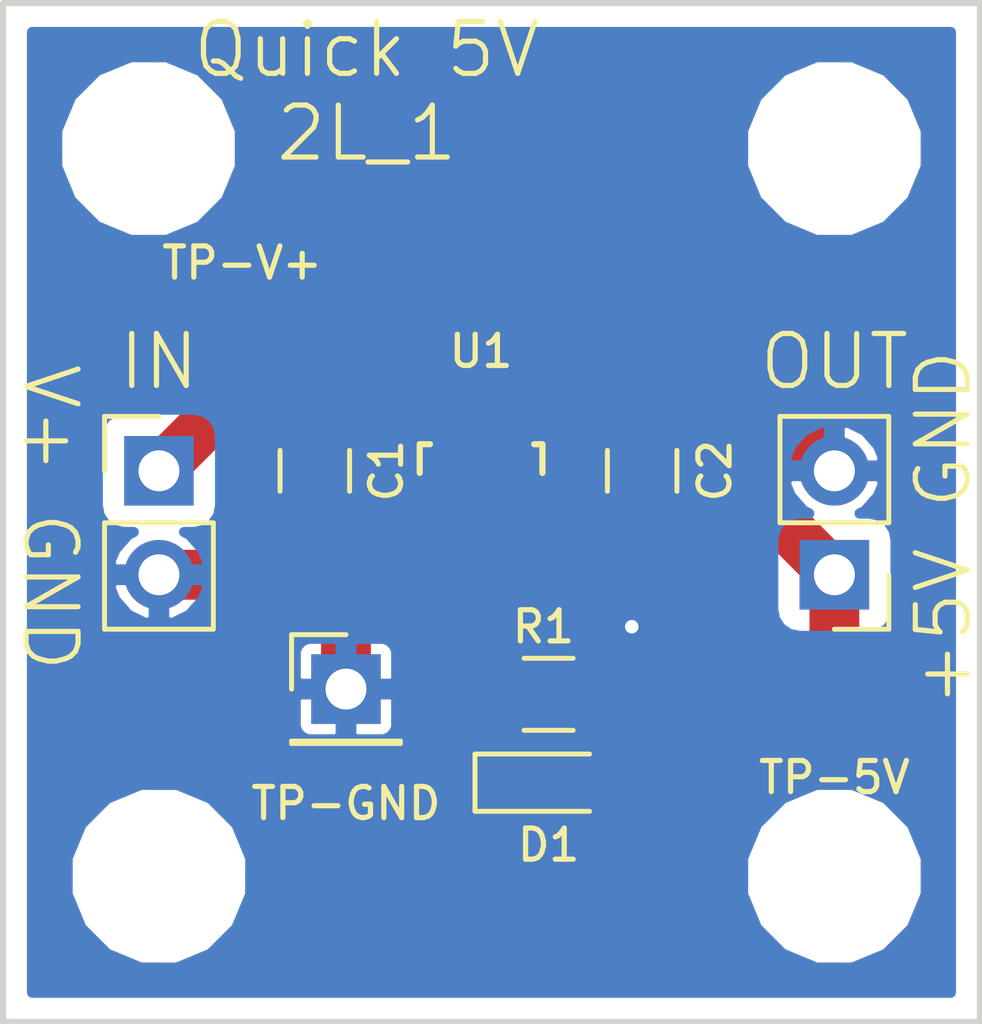
<source format=kicad_pcb>
(kicad_pcb (version 4) (host pcbnew 4.0.2-4+6225~38~ubuntu14.04.1-stable)

  (general
    (links 14)
    (no_connects 0)
    (area 163.595957 42.6757 195.052044 70.4813)
    (thickness 1.6)
    (drawings 12)
    (tracks 26)
    (zones 0)
    (modules 14)
    (nets 5)
  )

  (page A4)
  (layers
    (0 F.Cu signal)
    (31 B.Cu signal)
    (32 B.Adhes user)
    (33 F.Adhes user)
    (34 B.Paste user)
    (35 F.Paste user)
    (36 B.SilkS user)
    (37 F.SilkS user)
    (38 B.Mask user)
    (39 F.Mask user)
    (40 Dwgs.User user)
    (41 Cmts.User user)
    (42 Eco1.User user)
    (43 Eco2.User user)
    (44 Edge.Cuts user)
    (45 Margin user)
    (46 B.CrtYd user)
    (47 F.CrtYd user)
    (48 B.Fab user)
    (49 F.Fab user hide)
  )

  (setup
    (last_trace_width 0.1524)
    (user_trace_width 0.254)
    (user_trace_width 0.3048)
    (user_trace_width 0.6096)
    (user_trace_width 1.2192)
    (trace_clearance 0.1524)
    (zone_clearance 0.508)
    (zone_45_only no)
    (trace_min 0.1524)
    (segment_width 0.2)
    (edge_width 0.15)
    (via_size 0.6858)
    (via_drill 0.3302)
    (via_min_size 0.6858)
    (via_min_drill 0.3302)
    (uvia_size 0.3)
    (uvia_drill 0.1)
    (uvias_allowed no)
    (uvia_min_size 0)
    (uvia_min_drill 0)
    (pcb_text_width 0.3)
    (pcb_text_size 1.5 1.5)
    (mod_edge_width 0.15)
    (mod_text_size 0.762 0.762)
    (mod_text_width 0.127)
    (pad_size 1.524 1.524)
    (pad_drill 0.762)
    (pad_to_mask_clearance 0)
    (aux_axis_origin 0 0)
    (visible_elements FFFEFF7F)
    (pcbplotparams
      (layerselection 0x010f0_80000001)
      (usegerberextensions false)
      (excludeedgelayer true)
      (linewidth 0.100000)
      (plotframeref false)
      (viasonmask false)
      (mode 1)
      (useauxorigin false)
      (hpglpennumber 1)
      (hpglpenspeed 20)
      (hpglpendiameter 15)
      (hpglpenoverlay 2)
      (psnegative false)
      (psa4output false)
      (plotreference true)
      (plotvalue false)
      (plotinvisibletext false)
      (padsonsilk false)
      (subtractmaskfromsilk false)
      (outputformat 1)
      (mirror false)
      (drillshape 0)
      (scaleselection 1)
      (outputdirectory Gerbers/))
  )

  (net 0 "")
  (net 1 "Net-(C1-Pad1)")
  (net 2 GND)
  (net 3 "Net-(C2-Pad1)")
  (net 4 "Net-(D1-Pad1)")

  (net_class Default "This is the default net class."
    (clearance 0.1524)
    (trace_width 0.1524)
    (via_dia 0.6858)
    (via_drill 0.3302)
    (uvia_dia 0.3)
    (uvia_drill 0.1)
    (add_net GND)
    (add_net "Net-(C1-Pad1)")
    (add_net "Net-(C2-Pad1)")
    (add_net "Net-(D1-Pad1)")
  )

  (module Mounting_Holes:MountingHole_3.2mm_M3 (layer F.Cu) (tedit 58DD21A7) (tstamp 58DD2391)
    (at 187.706 65.532)
    (descr "Mounting Hole 3.2mm, no annular, M3")
    (tags "mounting hole 3.2mm no annular m3")
    (fp_text reference REF** (at 0 -4.2) (layer F.SilkS) hide
      (effects (font (size 0.762 0.762) (thickness 0.127)))
    )
    (fp_text value MountingHole_3.2mm_M3 (at 0 4.2) (layer F.Fab)
      (effects (font (size 0.762 0.762) (thickness 0.127)))
    )
    (fp_circle (center 0 0) (end 3.2 0) (layer Cmts.User) (width 0.15))
    (fp_circle (center 0 0) (end 3.45 0) (layer F.CrtYd) (width 0.05))
    (pad 1 np_thru_hole circle (at 0 0) (size 3.2 3.2) (drill 3.2) (layers *.Cu *.Mask))
  )

  (module Mounting_Holes:MountingHole_3.2mm_M3 (layer F.Cu) (tedit 58DD21A7) (tstamp 58DD238B)
    (at 170.942 47.752)
    (descr "Mounting Hole 3.2mm, no annular, M3")
    (tags "mounting hole 3.2mm no annular m3")
    (fp_text reference REF** (at 0 -4.2) (layer F.SilkS) hide
      (effects (font (size 0.762 0.762) (thickness 0.127)))
    )
    (fp_text value MountingHole_3.2mm_M3 (at 0 4.2) (layer F.Fab)
      (effects (font (size 0.762 0.762) (thickness 0.127)))
    )
    (fp_circle (center 0 0) (end 3.2 0) (layer Cmts.User) (width 0.15))
    (fp_circle (center 0 0) (end 3.45 0) (layer F.CrtYd) (width 0.05))
    (pad 1 np_thru_hole circle (at 0 0) (size 3.2 3.2) (drill 3.2) (layers *.Cu *.Mask))
  )

  (module Mounting_Holes:MountingHole_3.2mm_M3 (layer F.Cu) (tedit 58DD21A7) (tstamp 58DD2385)
    (at 171.196 65.532)
    (descr "Mounting Hole 3.2mm, no annular, M3")
    (tags "mounting hole 3.2mm no annular m3")
    (fp_text reference REF** (at 0 -4.2) (layer F.SilkS) hide
      (effects (font (size 0.762 0.762) (thickness 0.127)))
    )
    (fp_text value MountingHole_3.2mm_M3 (at 0 4.2) (layer F.Fab)
      (effects (font (size 0.762 0.762) (thickness 0.127)))
    )
    (fp_circle (center 0 0) (end 3.2 0) (layer Cmts.User) (width 0.15))
    (fp_circle (center 0 0) (end 3.45 0) (layer F.CrtYd) (width 0.05))
    (pad 1 np_thru_hole circle (at 0 0) (size 3.2 3.2) (drill 3.2) (layers *.Cu *.Mask))
  )

  (module Capacitors_SMD:C_0805_HandSoldering (layer F.Cu) (tedit 58AA84A8) (tstamp 58DD2014)
    (at 175.006 55.626 270)
    (descr "Capacitor SMD 0805, hand soldering")
    (tags "capacitor 0805")
    (path /58DD1E0E)
    (attr smd)
    (fp_text reference C1 (at 0 -1.75 270) (layer F.SilkS)
      (effects (font (size 0.762 0.762) (thickness 0.127)))
    )
    (fp_text value "1u 50V" (at 0 1.75 270) (layer F.Fab)
      (effects (font (size 0.762 0.762) (thickness 0.127)))
    )
    (fp_text user %R (at 0 -1.75 270) (layer F.Fab)
      (effects (font (size 0.762 0.762) (thickness 0.127)))
    )
    (fp_line (start -1 0.62) (end -1 -0.62) (layer F.Fab) (width 0.1))
    (fp_line (start 1 0.62) (end -1 0.62) (layer F.Fab) (width 0.1))
    (fp_line (start 1 -0.62) (end 1 0.62) (layer F.Fab) (width 0.1))
    (fp_line (start -1 -0.62) (end 1 -0.62) (layer F.Fab) (width 0.1))
    (fp_line (start 0.5 -0.85) (end -0.5 -0.85) (layer F.SilkS) (width 0.12))
    (fp_line (start -0.5 0.85) (end 0.5 0.85) (layer F.SilkS) (width 0.12))
    (fp_line (start -2.25 -0.88) (end 2.25 -0.88) (layer F.CrtYd) (width 0.05))
    (fp_line (start -2.25 -0.88) (end -2.25 0.87) (layer F.CrtYd) (width 0.05))
    (fp_line (start 2.25 0.87) (end 2.25 -0.88) (layer F.CrtYd) (width 0.05))
    (fp_line (start 2.25 0.87) (end -2.25 0.87) (layer F.CrtYd) (width 0.05))
    (pad 1 smd rect (at -1.25 0 270) (size 1.5 1.25) (layers F.Cu F.Paste F.Mask)
      (net 1 "Net-(C1-Pad1)"))
    (pad 2 smd rect (at 1.25 0 270) (size 1.5 1.25) (layers F.Cu F.Paste F.Mask)
      (net 2 GND))
    (model Capacitors_SMD.3dshapes/C_0805.wrl
      (at (xyz 0 0 0))
      (scale (xyz 1 1 1))
      (rotate (xyz 0 0 0))
    )
  )

  (module Capacitors_SMD:C_0805_HandSoldering (layer F.Cu) (tedit 58DD2159) (tstamp 58DD201A)
    (at 183.007 55.626 90)
    (descr "Capacitor SMD 0805, hand soldering")
    (tags "capacitor 0805")
    (path /58DD1EBD)
    (attr smd)
    (fp_text reference C2 (at 0 1.778 90) (layer F.SilkS)
      (effects (font (size 0.762 0.762) (thickness 0.127)))
    )
    (fp_text value "1u 16V" (at 0 1.75 90) (layer F.Fab)
      (effects (font (size 0.762 0.762) (thickness 0.127)))
    )
    (fp_text user %R (at 0 -1.75 90) (layer F.Fab)
      (effects (font (size 0.762 0.762) (thickness 0.127)))
    )
    (fp_line (start -1 0.62) (end -1 -0.62) (layer F.Fab) (width 0.1))
    (fp_line (start 1 0.62) (end -1 0.62) (layer F.Fab) (width 0.1))
    (fp_line (start 1 -0.62) (end 1 0.62) (layer F.Fab) (width 0.1))
    (fp_line (start -1 -0.62) (end 1 -0.62) (layer F.Fab) (width 0.1))
    (fp_line (start 0.5 -0.85) (end -0.5 -0.85) (layer F.SilkS) (width 0.12))
    (fp_line (start -0.5 0.85) (end 0.5 0.85) (layer F.SilkS) (width 0.12))
    (fp_line (start -2.25 -0.88) (end 2.25 -0.88) (layer F.CrtYd) (width 0.05))
    (fp_line (start -2.25 -0.88) (end -2.25 0.87) (layer F.CrtYd) (width 0.05))
    (fp_line (start 2.25 0.87) (end 2.25 -0.88) (layer F.CrtYd) (width 0.05))
    (fp_line (start 2.25 0.87) (end -2.25 0.87) (layer F.CrtYd) (width 0.05))
    (pad 1 smd rect (at -1.25 0 90) (size 1.5 1.25) (layers F.Cu F.Paste F.Mask)
      (net 3 "Net-(C2-Pad1)"))
    (pad 2 smd rect (at 1.25 0 90) (size 1.5 1.25) (layers F.Cu F.Paste F.Mask)
      (net 2 GND))
    (model Capacitors_SMD.3dshapes/C_0805.wrl
      (at (xyz 0 0 0))
      (scale (xyz 1 1 1))
      (rotate (xyz 0 0 0))
    )
  )

  (module LEDs:LED_0805 (layer F.Cu) (tedit 58DD2556) (tstamp 58DD2020)
    (at 180.721 63.246)
    (descr "LED 0805 smd package")
    (tags "LED led 0805 SMD smd SMT smt smdled SMDLED smtled SMTLED")
    (path /58DD1F2F)
    (attr smd)
    (fp_text reference D1 (at 0 1.524) (layer F.SilkS)
      (effects (font (size 0.762 0.762) (thickness 0.127)))
    )
    (fp_text value Led_Small (at 0 1.55) (layer F.Fab)
      (effects (font (size 0.762 0.762) (thickness 0.127)))
    )
    (fp_line (start -1.8 -0.7) (end -1.8 0.7) (layer F.SilkS) (width 0.12))
    (fp_line (start -0.4 -0.4) (end -0.4 0.4) (layer F.Fab) (width 0.1))
    (fp_line (start -0.4 0) (end 0.2 -0.4) (layer F.Fab) (width 0.1))
    (fp_line (start 0.2 0.4) (end -0.4 0) (layer F.Fab) (width 0.1))
    (fp_line (start 0.2 -0.4) (end 0.2 0.4) (layer F.Fab) (width 0.1))
    (fp_line (start 1 0.6) (end -1 0.6) (layer F.Fab) (width 0.1))
    (fp_line (start 1 -0.6) (end 1 0.6) (layer F.Fab) (width 0.1))
    (fp_line (start -1 -0.6) (end 1 -0.6) (layer F.Fab) (width 0.1))
    (fp_line (start -1 0.6) (end -1 -0.6) (layer F.Fab) (width 0.1))
    (fp_line (start -1.8 0.7) (end 1 0.7) (layer F.SilkS) (width 0.12))
    (fp_line (start -1.8 -0.7) (end 1 -0.7) (layer F.SilkS) (width 0.12))
    (fp_line (start 1.95 -0.85) (end 1.95 0.85) (layer F.CrtYd) (width 0.05))
    (fp_line (start 1.95 0.85) (end -1.95 0.85) (layer F.CrtYd) (width 0.05))
    (fp_line (start -1.95 0.85) (end -1.95 -0.85) (layer F.CrtYd) (width 0.05))
    (fp_line (start -1.95 -0.85) (end 1.95 -0.85) (layer F.CrtYd) (width 0.05))
    (pad 2 smd rect (at 1.1 0 180) (size 1.2 1.2) (layers F.Cu F.Paste F.Mask)
      (net 3 "Net-(C2-Pad1)"))
    (pad 1 smd rect (at -1.1 0 180) (size 1.2 1.2) (layers F.Cu F.Paste F.Mask)
      (net 4 "Net-(D1-Pad1)"))
    (model LEDs.3dshapes/LED_0805.wrl
      (at (xyz 0 0 0))
      (scale (xyz 1 1 1))
      (rotate (xyz 0 0 180))
    )
  )

  (module Pin_Headers:Pin_Header_Straight_1x02_Pitch2.54mm (layer F.Cu) (tedit 58DD2357) (tstamp 58DD2026)
    (at 171.196 55.626)
    (descr "Through hole straight pin header, 1x02, 2.54mm pitch, single row")
    (tags "Through hole pin header THT 1x02 2.54mm single row")
    (path /58DD206D)
    (fp_text reference P1 (at -1.27 -2.54) (layer F.SilkS) hide
      (effects (font (size 0.762 0.762) (thickness 0.127)))
    )
    (fp_text value CONN_01X02 (at 0 4.87) (layer F.Fab)
      (effects (font (size 0.762 0.762) (thickness 0.127)))
    )
    (fp_line (start -1.27 -1.27) (end -1.27 3.81) (layer F.Fab) (width 0.1))
    (fp_line (start -1.27 3.81) (end 1.27 3.81) (layer F.Fab) (width 0.1))
    (fp_line (start 1.27 3.81) (end 1.27 -1.27) (layer F.Fab) (width 0.1))
    (fp_line (start 1.27 -1.27) (end -1.27 -1.27) (layer F.Fab) (width 0.1))
    (fp_line (start -1.33 1.27) (end -1.33 3.87) (layer F.SilkS) (width 0.12))
    (fp_line (start -1.33 3.87) (end 1.33 3.87) (layer F.SilkS) (width 0.12))
    (fp_line (start 1.33 3.87) (end 1.33 1.27) (layer F.SilkS) (width 0.12))
    (fp_line (start 1.33 1.27) (end -1.33 1.27) (layer F.SilkS) (width 0.12))
    (fp_line (start -1.33 0) (end -1.33 -1.33) (layer F.SilkS) (width 0.12))
    (fp_line (start -1.33 -1.33) (end 0 -1.33) (layer F.SilkS) (width 0.12))
    (fp_line (start -1.8 -1.8) (end -1.8 4.35) (layer F.CrtYd) (width 0.05))
    (fp_line (start -1.8 4.35) (end 1.8 4.35) (layer F.CrtYd) (width 0.05))
    (fp_line (start 1.8 4.35) (end 1.8 -1.8) (layer F.CrtYd) (width 0.05))
    (fp_line (start 1.8 -1.8) (end -1.8 -1.8) (layer F.CrtYd) (width 0.05))
    (fp_text user %R (at 0 -2.33) (layer F.Fab)
      (effects (font (size 0.762 0.762) (thickness 0.127)))
    )
    (pad 1 thru_hole rect (at 0 0) (size 1.7 1.7) (drill 1) (layers *.Cu *.Mask)
      (net 1 "Net-(C1-Pad1)"))
    (pad 2 thru_hole oval (at 0 2.54) (size 1.7 1.7) (drill 1) (layers *.Cu *.Mask)
      (net 2 GND))
    (model ${KISYS3DMOD}/Pin_Headers.3dshapes/Pin_Header_Straight_1x02_Pitch2.54mm.wrl
      (at (xyz 0 -0.05 0))
      (scale (xyz 1 1 1))
      (rotate (xyz 0 0 90))
    )
  )

  (module Pin_Headers:Pin_Header_Straight_1x02_Pitch2.54mm (layer F.Cu) (tedit 58DD2359) (tstamp 58DD202C)
    (at 187.706 58.166 180)
    (descr "Through hole straight pin header, 1x02, 2.54mm pitch, single row")
    (tags "Through hole pin header THT 1x02 2.54mm single row")
    (path /58DD2132)
    (fp_text reference P2 (at 1.143 5.08 180) (layer F.SilkS) hide
      (effects (font (size 0.762 0.762) (thickness 0.127)))
    )
    (fp_text value CONN_01X02 (at 0 4.87 180) (layer F.Fab)
      (effects (font (size 0.762 0.762) (thickness 0.127)))
    )
    (fp_line (start -1.27 -1.27) (end -1.27 3.81) (layer F.Fab) (width 0.1))
    (fp_line (start -1.27 3.81) (end 1.27 3.81) (layer F.Fab) (width 0.1))
    (fp_line (start 1.27 3.81) (end 1.27 -1.27) (layer F.Fab) (width 0.1))
    (fp_line (start 1.27 -1.27) (end -1.27 -1.27) (layer F.Fab) (width 0.1))
    (fp_line (start -1.33 1.27) (end -1.33 3.87) (layer F.SilkS) (width 0.12))
    (fp_line (start -1.33 3.87) (end 1.33 3.87) (layer F.SilkS) (width 0.12))
    (fp_line (start 1.33 3.87) (end 1.33 1.27) (layer F.SilkS) (width 0.12))
    (fp_line (start 1.33 1.27) (end -1.33 1.27) (layer F.SilkS) (width 0.12))
    (fp_line (start -1.33 0) (end -1.33 -1.33) (layer F.SilkS) (width 0.12))
    (fp_line (start -1.33 -1.33) (end 0 -1.33) (layer F.SilkS) (width 0.12))
    (fp_line (start -1.8 -1.8) (end -1.8 4.35) (layer F.CrtYd) (width 0.05))
    (fp_line (start -1.8 4.35) (end 1.8 4.35) (layer F.CrtYd) (width 0.05))
    (fp_line (start 1.8 4.35) (end 1.8 -1.8) (layer F.CrtYd) (width 0.05))
    (fp_line (start 1.8 -1.8) (end -1.8 -1.8) (layer F.CrtYd) (width 0.05))
    (fp_text user %R (at 0 -2.33 180) (layer F.Fab)
      (effects (font (size 0.762 0.762) (thickness 0.127)))
    )
    (pad 1 thru_hole rect (at 0 0 180) (size 1.7 1.7) (drill 1) (layers *.Cu *.Mask)
      (net 3 "Net-(C2-Pad1)"))
    (pad 2 thru_hole oval (at 0 2.54 180) (size 1.7 1.7) (drill 1) (layers *.Cu *.Mask)
      (net 2 GND))
    (model ${KISYS3DMOD}/Pin_Headers.3dshapes/Pin_Header_Straight_1x02_Pitch2.54mm.wrl
      (at (xyz 0 -0.05 0))
      (scale (xyz 1 1 1))
      (rotate (xyz 0 0 90))
    )
  )

  (module Resistors_SMD:R_0805_HandSoldering (layer F.Cu) (tedit 58DD255C) (tstamp 58DD2032)
    (at 180.721 61.087)
    (descr "Resistor SMD 0805, hand soldering")
    (tags "resistor 0805")
    (path /58DD1FD4)
    (attr smd)
    (fp_text reference R1 (at -0.127 -1.651) (layer F.SilkS)
      (effects (font (size 0.762 0.762) (thickness 0.127)))
    )
    (fp_text value 660 (at 0 1.75) (layer F.Fab)
      (effects (font (size 0.762 0.762) (thickness 0.127)))
    )
    (fp_text user %R (at 0 -1.7) (layer F.Fab)
      (effects (font (size 0.762 0.762) (thickness 0.127)))
    )
    (fp_line (start -1 0.62) (end -1 -0.62) (layer F.Fab) (width 0.1))
    (fp_line (start 1 0.62) (end -1 0.62) (layer F.Fab) (width 0.1))
    (fp_line (start 1 -0.62) (end 1 0.62) (layer F.Fab) (width 0.1))
    (fp_line (start -1 -0.62) (end 1 -0.62) (layer F.Fab) (width 0.1))
    (fp_line (start 0.6 0.88) (end -0.6 0.88) (layer F.SilkS) (width 0.12))
    (fp_line (start -0.6 -0.88) (end 0.6 -0.88) (layer F.SilkS) (width 0.12))
    (fp_line (start -2.35 -0.9) (end 2.35 -0.9) (layer F.CrtYd) (width 0.05))
    (fp_line (start -2.35 -0.9) (end -2.35 0.9) (layer F.CrtYd) (width 0.05))
    (fp_line (start 2.35 0.9) (end 2.35 -0.9) (layer F.CrtYd) (width 0.05))
    (fp_line (start 2.35 0.9) (end -2.35 0.9) (layer F.CrtYd) (width 0.05))
    (pad 1 smd rect (at -1.35 0) (size 1.5 1.3) (layers F.Cu F.Paste F.Mask)
      (net 4 "Net-(D1-Pad1)"))
    (pad 2 smd rect (at 1.35 0) (size 1.5 1.3) (layers F.Cu F.Paste F.Mask)
      (net 2 GND))
    (model Resistors_SMD.3dshapes/R_0805.wrl
      (at (xyz 0 0 0))
      (scale (xyz 1 1 1))
      (rotate (xyz 0 0 0))
    )
  )

  (module q5v-footprints:SOT-23A (layer F.Cu) (tedit 58DD223D) (tstamp 58DD2039)
    (at 179.07 55.626)
    (descr SOT-2A)
    (tags SOT-23A)
    (path /58DD1D11)
    (attr smd)
    (fp_text reference U1 (at 0 -2.921) (layer F.SilkS)
      (effects (font (size 0.762 0.762) (thickness 0.127)))
    )
    (fp_text value MCP1703T-5002E/CB (at 0 3.81) (layer F.Fab)
      (effects (font (size 0.762 0.762) (thickness 0.127)))
    )
    (fp_line (start -1.49982 0.0508) (end -1.49982 -0.65024) (layer F.SilkS) (width 0.15))
    (fp_line (start -1.49982 -0.65024) (end -1.2509 -0.65024) (layer F.SilkS) (width 0.15))
    (fp_line (start 1.29916 -0.65024) (end 1.49982 -0.65024) (layer F.SilkS) (width 0.15))
    (fp_line (start 1.49982 -0.65024) (end 1.49982 0.0508) (layer F.SilkS) (width 0.15))
    (pad 1 smd rect (at -0.95 1.35) (size 0.6 1) (layers F.Cu F.Paste F.Mask)
      (net 2 GND))
    (pad 2 smd rect (at 0.95 1.35) (size 0.6 1) (layers F.Cu F.Paste F.Mask)
      (net 3 "Net-(C2-Pad1)"))
    (pad 3 smd rect (at 0 -1.35) (size 0.6 1) (layers F.Cu F.Paste F.Mask)
      (net 1 "Net-(C1-Pad1)"))
    (model Housings_SOT-23_SOT-143_TSOT-6.3dshapes/SOT-23_Handsoldering.wrl
      (at (xyz 0 0 0))
      (scale (xyz 1 1 1))
      (rotate (xyz 0 0 0))
    )
  )

  (module Measurement_Points:Measurement_Point_Round-SMD-Pad_Small (layer F.Cu) (tedit 58DD234C) (tstamp 58DD2043)
    (at 173.228 52.197)
    (descr "Mesurement Point, Round, SMD Pad, DM 1.5mm,")
    (tags "Mesurement Point Round SMD Pad 1.5mm")
    (path /58DD2360)
    (attr virtual)
    (fp_text reference W2 (at 1.905 0) (layer F.SilkS) hide
      (effects (font (size 0.762 0.762) (thickness 0.127)))
    )
    (fp_text value TEST_1P (at 0 2) (layer F.Fab)
      (effects (font (size 0.762 0.762) (thickness 0.127)))
    )
    (fp_circle (center 0 0) (end 1 0) (layer F.CrtYd) (width 0.05))
    (pad 1 smd circle (at 0 0) (size 1.5 1.5) (layers F.Cu F.Mask)
      (net 1 "Net-(C1-Pad1)"))
  )

  (module Measurement_Points:Measurement_Point_Round-SMD-Pad_Small (layer F.Cu) (tedit 58DD2352) (tstamp 58DD2048)
    (at 187.706 61.341)
    (descr "Mesurement Point, Round, SMD Pad, DM 1.5mm,")
    (tags "Mesurement Point Round SMD Pad 1.5mm")
    (path /58DD2295)
    (attr virtual)
    (fp_text reference W3 (at 1.905 0) (layer F.SilkS) hide
      (effects (font (size 0.762 0.762) (thickness 0.127)))
    )
    (fp_text value TEST_1P (at 0 2) (layer F.Fab)
      (effects (font (size 0.762 0.762) (thickness 0.127)))
    )
    (fp_circle (center 0 0) (end 1 0) (layer F.CrtYd) (width 0.05))
    (pad 1 smd circle (at 0 0) (size 1.5 1.5) (layers F.Cu F.Mask)
      (net 3 "Net-(C2-Pad1)"))
  )

  (module Pin_Headers:Pin_Header_Straight_1x01_Pitch2.54mm (layer F.Cu) (tedit 58DD2350) (tstamp 58DD20A4)
    (at 175.768 60.96)
    (descr "Through hole straight pin header, 1x01, 2.54mm pitch, single row")
    (tags "Through hole pin header THT 1x01 2.54mm single row")
    (path /58DD2405)
    (fp_text reference W1 (at -2.667 0) (layer F.SilkS) hide
      (effects (font (size 0.762 0.762) (thickness 0.127)))
    )
    (fp_text value TEST_1P (at 0 2.33) (layer F.Fab)
      (effects (font (size 0.762 0.762) (thickness 0.127)))
    )
    (fp_line (start -1.27 -1.27) (end -1.27 1.27) (layer F.Fab) (width 0.1))
    (fp_line (start -1.27 1.27) (end 1.27 1.27) (layer F.Fab) (width 0.1))
    (fp_line (start 1.27 1.27) (end 1.27 -1.27) (layer F.Fab) (width 0.1))
    (fp_line (start 1.27 -1.27) (end -1.27 -1.27) (layer F.Fab) (width 0.1))
    (fp_line (start -1.33 1.27) (end -1.33 1.33) (layer F.SilkS) (width 0.12))
    (fp_line (start -1.33 1.33) (end 1.33 1.33) (layer F.SilkS) (width 0.12))
    (fp_line (start 1.33 1.33) (end 1.33 1.27) (layer F.SilkS) (width 0.12))
    (fp_line (start 1.33 1.27) (end -1.33 1.27) (layer F.SilkS) (width 0.12))
    (fp_line (start -1.33 0) (end -1.33 -1.33) (layer F.SilkS) (width 0.12))
    (fp_line (start -1.33 -1.33) (end 0 -1.33) (layer F.SilkS) (width 0.12))
    (fp_line (start -1.8 -1.8) (end -1.8 1.8) (layer F.CrtYd) (width 0.05))
    (fp_line (start -1.8 1.8) (end 1.8 1.8) (layer F.CrtYd) (width 0.05))
    (fp_line (start 1.8 1.8) (end 1.8 -1.8) (layer F.CrtYd) (width 0.05))
    (fp_line (start 1.8 -1.8) (end -1.8 -1.8) (layer F.CrtYd) (width 0.05))
    (fp_text user %R (at 0 -2.33) (layer F.Fab)
      (effects (font (size 0.762 0.762) (thickness 0.127)))
    )
    (pad 1 thru_hole rect (at 0 0) (size 1.7 1.7) (drill 1) (layers *.Cu *.Mask)
      (net 2 GND))
    (model ${KISYS3DMOD}/Pin_Headers.3dshapes/Pin_Header_Straight_1x01_Pitch2.54mm.wrl
      (at (xyz 0 0 0))
      (scale (xyz 1 1 1))
      (rotate (xyz 0 0 90))
    )
  )

  (module Mounting_Holes:MountingHole_3.2mm_M3 (layer F.Cu) (tedit 58DD21A7) (tstamp 58DD2207)
    (at 187.706 47.752)
    (descr "Mounting Hole 3.2mm, no annular, M3")
    (tags "mounting hole 3.2mm no annular m3")
    (fp_text reference REF** (at 0 -4.2) (layer F.SilkS) hide
      (effects (font (size 0.762 0.762) (thickness 0.127)))
    )
    (fp_text value MountingHole_3.2mm_M3 (at 0 4.2) (layer F.Fab)
      (effects (font (size 0.762 0.762) (thickness 0.127)))
    )
    (fp_circle (center 0 0) (end 3.2 0) (layer Cmts.User) (width 0.15))
    (fp_circle (center 0 0) (end 3.45 0) (layer F.CrtYd) (width 0.05))
    (pad 1 np_thru_hole circle (at 0 0) (size 3.2 3.2) (drill 3.2) (layers *.Cu *.Mask))
  )

  (gr_text OUT (at 187.706 52.959) (layer F.SilkS)
    (effects (font (size 1.27 1.27) (thickness 0.127)))
  )
  (gr_text IN (at 171.196 52.959) (layer F.SilkS)
    (effects (font (size 1.27 1.27) (thickness 0.127)))
  )
  (gr_text "Quick 5V\n2L_1" (at 176.276 46.355) (layer F.SilkS)
    (effects (font (size 1.27 1.27) (thickness 0.127)))
  )
  (gr_text TP-V+ (at 173.228 50.546) (layer F.SilkS)
    (effects (font (size 0.762 0.762) (thickness 0.127)))
  )
  (gr_text TP-5V (at 187.706 63.119) (layer F.SilkS)
    (effects (font (size 0.762 0.762) (thickness 0.127)))
  )
  (gr_text TP-GND (at 175.768 63.754) (layer F.SilkS)
    (effects (font (size 0.762 0.762) (thickness 0.127)))
  )
  (gr_text "+5V GND" (at 190.373 57.023 90) (layer F.SilkS)
    (effects (font (size 1.27 1.27) (thickness 0.127)))
  )
  (gr_text "V+ GND" (at 168.529 56.769 270) (layer F.SilkS)
    (effects (font (size 1.27 1.27) (thickness 0.127)))
  )
  (gr_line (start 167.386 69.088) (end 167.386 44.196) (angle 90) (layer Edge.Cuts) (width 0.15))
  (gr_line (start 191.262 69.088) (end 167.386 69.088) (angle 90) (layer Edge.Cuts) (width 0.15))
  (gr_line (start 191.262 44.196) (end 191.262 69.088) (angle 90) (layer Edge.Cuts) (width 0.15))
  (gr_line (start 167.386 44.196) (end 191.262 44.196) (angle 90) (layer Edge.Cuts) (width 0.15))

  (segment (start 175.006 54.376) (end 175.106 54.276) (width 1.2192) (layer F.Cu) (net 1))
  (segment (start 175.106 54.276) (end 179.07 54.276) (width 1.2192) (layer F.Cu) (net 1) (tstamp 58DD247D))
  (segment (start 173.228 52.197) (end 175.006 53.975) (width 1.2192) (layer F.Cu) (net 1))
  (segment (start 175.006 53.975) (end 175.006 54.376) (width 1.2192) (layer F.Cu) (net 1) (tstamp 58DD247A))
  (segment (start 171.196 55.626) (end 172.446 54.376) (width 1.2192) (layer F.Cu) (net 1))
  (segment (start 172.446 54.376) (end 175.006 54.376) (width 1.2192) (layer F.Cu) (net 1) (tstamp 58DD2477))
  (segment (start 175.006 56.876) (end 175.768 57.638) (width 1.2192) (layer F.Cu) (net 2))
  (segment (start 175.768 57.638) (end 175.768 60.96) (width 1.2192) (layer F.Cu) (net 2) (tstamp 58DD25ED))
  (segment (start 175.006 56.876) (end 173.716 58.166) (width 1.2192) (layer F.Cu) (net 2))
  (segment (start 173.716 58.166) (end 171.196 58.166) (width 1.2192) (layer F.Cu) (net 2) (tstamp 58DD25E6))
  (segment (start 182.071 61.087) (end 182.071 60.118) (width 1.2192) (layer F.Cu) (net 2))
  (via (at 182.753 59.436) (size 0.6858) (drill 0.3302) (layers F.Cu B.Cu) (net 2))
  (segment (start 182.071 60.118) (end 182.753 59.436) (width 1.2192) (layer F.Cu) (net 2) (tstamp 58DD25CF))
  (segment (start 183.007 54.376) (end 186.456 54.376) (width 1.2192) (layer F.Cu) (net 2))
  (segment (start 186.456 54.376) (end 187.706 55.626) (width 1.2192) (layer F.Cu) (net 2) (tstamp 58DD248B))
  (segment (start 175.006 56.876) (end 178.02 56.876) (width 1.2192) (layer F.Cu) (net 2))
  (segment (start 178.02 56.876) (end 178.12 56.976) (width 1.2192) (layer F.Cu) (net 2) (tstamp 58DD2488))
  (segment (start 187.706 61.341) (end 187.706 58.166) (width 1.2192) (layer F.Cu) (net 3))
  (segment (start 181.821 63.246) (end 185.801 63.246) (width 1.2192) (layer F.Cu) (net 3))
  (segment (start 185.801 63.246) (end 187.706 61.341) (width 1.2192) (layer F.Cu) (net 3) (tstamp 58DD25B3))
  (segment (start 180.02 56.976) (end 180.12 56.876) (width 1.2192) (layer F.Cu) (net 3))
  (segment (start 180.12 56.876) (end 183.007 56.876) (width 1.2192) (layer F.Cu) (net 3) (tstamp 58DD2491))
  (segment (start 187.706 58.166) (end 186.416 56.876) (width 1.2192) (layer F.Cu) (net 3))
  (segment (start 186.416 56.876) (end 183.007 56.876) (width 1.2192) (layer F.Cu) (net 3) (tstamp 58DD248E))
  (segment (start 179.371 61.087) (end 179.371 62.996) (width 1.2192) (layer F.Cu) (net 4))
  (segment (start 179.371 62.996) (end 179.621 63.246) (width 1.2192) (layer F.Cu) (net 4) (tstamp 58DD25AE))

  (zone (net 2) (net_name GND) (layer B.Cu) (tstamp 58DD2476) (hatch edge 0.508)
    (connect_pads (clearance 0.508))
    (min_thickness 0.254)
    (fill yes (arc_segments 16) (thermal_gap 0.254) (thermal_bridge_width 0.508))
    (polygon
      (pts
        (xy 167.386 44.196) (xy 191.262 44.196) (xy 191.262 68.961) (xy 167.386 69.088) (xy 167.386 44.323)
      )
    )
    (filled_polygon
      (pts
        (xy 190.552 68.378) (xy 168.096 68.378) (xy 168.096 65.974619) (xy 168.960613 65.974619) (xy 169.300155 66.796372)
        (xy 169.928321 67.425636) (xy 170.749481 67.766611) (xy 171.638619 67.767387) (xy 172.460372 67.427845) (xy 173.089636 66.799679)
        (xy 173.430611 65.978519) (xy 173.430614 65.974619) (xy 185.470613 65.974619) (xy 185.810155 66.796372) (xy 186.438321 67.425636)
        (xy 187.259481 67.766611) (xy 188.148619 67.767387) (xy 188.970372 67.427845) (xy 189.599636 66.799679) (xy 189.940611 65.978519)
        (xy 189.941387 65.089381) (xy 189.601845 64.267628) (xy 188.973679 63.638364) (xy 188.152519 63.297389) (xy 187.263381 63.296613)
        (xy 186.441628 63.636155) (xy 185.812364 64.264321) (xy 185.471389 65.085481) (xy 185.470613 65.974619) (xy 173.430614 65.974619)
        (xy 173.431387 65.089381) (xy 173.091845 64.267628) (xy 172.463679 63.638364) (xy 171.642519 63.297389) (xy 170.753381 63.296613)
        (xy 169.931628 63.636155) (xy 169.302364 64.264321) (xy 168.961389 65.085481) (xy 168.960613 65.974619) (xy 168.096 65.974619)
        (xy 168.096 61.18225) (xy 174.537 61.18225) (xy 174.537 61.885785) (xy 174.595004 62.025819) (xy 174.70218 62.132996)
        (xy 174.842214 62.191) (xy 175.54575 62.191) (xy 175.641 62.09575) (xy 175.641 61.087) (xy 175.895 61.087)
        (xy 175.895 62.09575) (xy 175.99025 62.191) (xy 176.693786 62.191) (xy 176.83382 62.132996) (xy 176.940996 62.025819)
        (xy 176.999 61.885785) (xy 176.999 61.18225) (xy 176.90375 61.087) (xy 175.895 61.087) (xy 175.641 61.087)
        (xy 174.63225 61.087) (xy 174.537 61.18225) (xy 168.096 61.18225) (xy 168.096 60.034215) (xy 174.537 60.034215)
        (xy 174.537 60.73775) (xy 174.63225 60.833) (xy 175.641 60.833) (xy 175.641 59.82425) (xy 175.895 59.82425)
        (xy 175.895 60.833) (xy 176.90375 60.833) (xy 176.999 60.73775) (xy 176.999 60.034215) (xy 176.940996 59.894181)
        (xy 176.83382 59.787004) (xy 176.693786 59.729) (xy 175.99025 59.729) (xy 175.895 59.82425) (xy 175.641 59.82425)
        (xy 175.54575 59.729) (xy 174.842214 59.729) (xy 174.70218 59.787004) (xy 174.595004 59.894181) (xy 174.537 60.034215)
        (xy 168.096 60.034215) (xy 168.096 58.48298) (xy 170.006511 58.48298) (xy 170.130755 58.782964) (xy 170.447944 59.143652)
        (xy 170.879018 59.355501) (xy 171.069 59.295193) (xy 171.069 58.293) (xy 171.323 58.293) (xy 171.323 59.295193)
        (xy 171.512982 59.355501) (xy 171.944056 59.143652) (xy 172.261245 58.782964) (xy 172.385489 58.48298) (xy 172.324627 58.293)
        (xy 171.323 58.293) (xy 171.069 58.293) (xy 170.067373 58.293) (xy 170.006511 58.48298) (xy 168.096 58.48298)
        (xy 168.096 54.776) (xy 169.69856 54.776) (xy 169.69856 56.476) (xy 169.742838 56.711317) (xy 169.88191 56.927441)
        (xy 170.09411 57.072431) (xy 170.346 57.12344) (xy 170.58002 57.12344) (xy 170.447944 57.188348) (xy 170.130755 57.549036)
        (xy 170.006511 57.84902) (xy 170.067373 58.039) (xy 171.069 58.039) (xy 171.069 58.019) (xy 171.323 58.019)
        (xy 171.323 58.039) (xy 172.324627 58.039) (xy 172.385489 57.84902) (xy 172.261245 57.549036) (xy 172.056314 57.316)
        (xy 186.20856 57.316) (xy 186.20856 59.016) (xy 186.252838 59.251317) (xy 186.39191 59.467441) (xy 186.60411 59.612431)
        (xy 186.856 59.66344) (xy 188.556 59.66344) (xy 188.791317 59.619162) (xy 189.007441 59.48009) (xy 189.152431 59.26789)
        (xy 189.20344 59.016) (xy 189.20344 57.316) (xy 189.159162 57.080683) (xy 189.02009 56.864559) (xy 188.80789 56.719569)
        (xy 188.556 56.66856) (xy 188.32198 56.66856) (xy 188.454056 56.603652) (xy 188.771245 56.242964) (xy 188.895489 55.94298)
        (xy 188.834627 55.753) (xy 187.833 55.753) (xy 187.833 55.773) (xy 187.579 55.773) (xy 187.579 55.753)
        (xy 186.577373 55.753) (xy 186.516511 55.94298) (xy 186.640755 56.242964) (xy 186.957944 56.603652) (xy 187.09002 56.66856)
        (xy 186.856 56.66856) (xy 186.620683 56.712838) (xy 186.404559 56.85191) (xy 186.259569 57.06411) (xy 186.20856 57.316)
        (xy 172.056314 57.316) (xy 171.944056 57.188348) (xy 171.81198 57.12344) (xy 172.046 57.12344) (xy 172.281317 57.079162)
        (xy 172.497441 56.94009) (xy 172.642431 56.72789) (xy 172.69344 56.476) (xy 172.69344 55.30902) (xy 186.516511 55.30902)
        (xy 186.577373 55.499) (xy 187.579 55.499) (xy 187.579 54.496807) (xy 187.833 54.496807) (xy 187.833 55.499)
        (xy 188.834627 55.499) (xy 188.895489 55.30902) (xy 188.771245 55.009036) (xy 188.454056 54.648348) (xy 188.022982 54.436499)
        (xy 187.833 54.496807) (xy 187.579 54.496807) (xy 187.389018 54.436499) (xy 186.957944 54.648348) (xy 186.640755 55.009036)
        (xy 186.516511 55.30902) (xy 172.69344 55.30902) (xy 172.69344 54.776) (xy 172.649162 54.540683) (xy 172.51009 54.324559)
        (xy 172.29789 54.179569) (xy 172.046 54.12856) (xy 170.346 54.12856) (xy 170.110683 54.172838) (xy 169.894559 54.31191)
        (xy 169.749569 54.52411) (xy 169.69856 54.776) (xy 168.096 54.776) (xy 168.096 48.194619) (xy 168.706613 48.194619)
        (xy 169.046155 49.016372) (xy 169.674321 49.645636) (xy 170.495481 49.986611) (xy 171.384619 49.987387) (xy 172.206372 49.647845)
        (xy 172.835636 49.019679) (xy 173.176611 48.198519) (xy 173.176614 48.194619) (xy 185.470613 48.194619) (xy 185.810155 49.016372)
        (xy 186.438321 49.645636) (xy 187.259481 49.986611) (xy 188.148619 49.987387) (xy 188.970372 49.647845) (xy 189.599636 49.019679)
        (xy 189.940611 48.198519) (xy 189.941387 47.309381) (xy 189.601845 46.487628) (xy 188.973679 45.858364) (xy 188.152519 45.517389)
        (xy 187.263381 45.516613) (xy 186.441628 45.856155) (xy 185.812364 46.484321) (xy 185.471389 47.305481) (xy 185.470613 48.194619)
        (xy 173.176614 48.194619) (xy 173.177387 47.309381) (xy 172.837845 46.487628) (xy 172.209679 45.858364) (xy 171.388519 45.517389)
        (xy 170.499381 45.516613) (xy 169.677628 45.856155) (xy 169.048364 46.484321) (xy 168.707389 47.305481) (xy 168.706613 48.194619)
        (xy 168.096 48.194619) (xy 168.096 44.906) (xy 190.552 44.906)
      )
    )
  )
)

</source>
